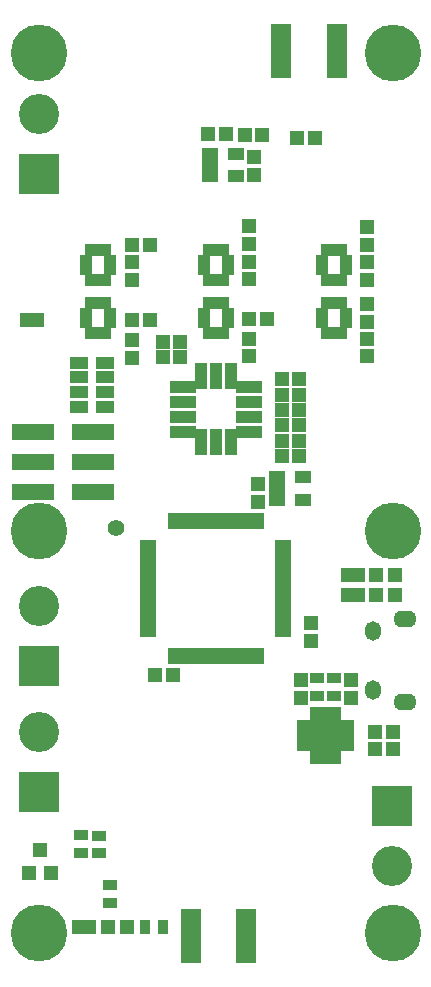
<source format=gbs>
G04 #@! TF.FileFunction,Soldermask,Bot*
%FSLAX46Y46*%
G04 Gerber Fmt 4.6, Leading zero omitted, Abs format (unit mm)*
G04 Created by KiCad (PCBNEW 4.0.7) date 03/10/18 18:51:25*
%MOMM*%
%LPD*%
G01*
G04 APERTURE LIST*
%ADD10C,0.100000*%
%ADD11R,0.650000X1.400000*%
%ADD12R,1.400000X0.650000*%
%ADD13R,1.150000X1.200000*%
%ADD14R,1.200000X1.150000*%
%ADD15R,1.200000X1.200000*%
%ADD16R,3.550000X1.400000*%
%ADD17R,1.670000X4.600000*%
%ADD18C,4.800000*%
%ADD19R,1.200000X1.300000*%
%ADD20R,1.300000X0.900000*%
%ADD21R,0.900000X1.300000*%
%ADD22R,2.000000X1.200000*%
%ADD23C,1.400000*%
%ADD24R,1.080000X2.200000*%
%ADD25R,2.200000X1.080000*%
%ADD26R,1.075000X0.650000*%
%ADD27R,0.650000X1.075000*%
%ADD28R,1.500000X1.000000*%
%ADD29R,1.460000X1.050000*%
%ADD30O,1.350000X1.650000*%
%ADD31O,1.950000X1.400000*%
%ADD32R,1.200000X0.800000*%
%ADD33R,0.800000X1.200000*%
%ADD34R,2.500000X2.500000*%
%ADD35R,3.400000X3.400000*%
%ADD36C,3.400000*%
G04 APERTURE END LIST*
D10*
D11*
X58750000Y-83575000D03*
X58250000Y-83575000D03*
X57750000Y-83575000D03*
X57250000Y-83575000D03*
X56750000Y-83575000D03*
X56250000Y-83575000D03*
X55750000Y-83575000D03*
X55250000Y-83575000D03*
X54750000Y-83575000D03*
X54250000Y-83575000D03*
X53750000Y-83575000D03*
X53250000Y-83575000D03*
X52750000Y-83575000D03*
X52250000Y-83575000D03*
X51750000Y-83575000D03*
X51250000Y-83575000D03*
D12*
X49300000Y-81625000D03*
X49300000Y-81125000D03*
X49300000Y-80625000D03*
X49300000Y-80125000D03*
X49300000Y-79625000D03*
X49300000Y-79125000D03*
X49300000Y-78625000D03*
X49300000Y-78125000D03*
X49300000Y-77625000D03*
X49300000Y-77125000D03*
X49300000Y-76625000D03*
X49300000Y-76125000D03*
X49300000Y-75625000D03*
X49300000Y-75125000D03*
X49300000Y-74625000D03*
X49300000Y-74125000D03*
D11*
X51250000Y-72175000D03*
X51750000Y-72175000D03*
X52250000Y-72175000D03*
X52750000Y-72175000D03*
X53250000Y-72175000D03*
X53750000Y-72175000D03*
X54250000Y-72175000D03*
X54750000Y-72175000D03*
X55250000Y-72175000D03*
X55750000Y-72175000D03*
X56250000Y-72175000D03*
X56750000Y-72175000D03*
X57250000Y-72175000D03*
X57750000Y-72175000D03*
X58250000Y-72175000D03*
X58750000Y-72175000D03*
D12*
X60700000Y-74125000D03*
X60700000Y-74625000D03*
X60700000Y-75125000D03*
X60700000Y-75625000D03*
X60700000Y-76125000D03*
X60700000Y-76625000D03*
X60700000Y-77125000D03*
X60700000Y-77625000D03*
X60700000Y-78125000D03*
X60700000Y-78625000D03*
X60700000Y-79125000D03*
X60700000Y-79625000D03*
X60700000Y-80125000D03*
X60700000Y-80625000D03*
X60700000Y-81125000D03*
X60700000Y-81625000D03*
D13*
X58575000Y-69050000D03*
X58575000Y-70550000D03*
X63090000Y-80790000D03*
X63090000Y-82290000D03*
D14*
X49840000Y-85210000D03*
X51340000Y-85210000D03*
X49425000Y-55150000D03*
X47925000Y-55150000D03*
D13*
X47925000Y-50225000D03*
X47925000Y-51725000D03*
D14*
X62075000Y-62750000D03*
X60575000Y-62750000D03*
X49425000Y-48800000D03*
X47925000Y-48800000D03*
X59325000Y-55050000D03*
X57825000Y-55050000D03*
X62075000Y-64050000D03*
X60575000Y-64050000D03*
X62075000Y-61450000D03*
X60575000Y-61450000D03*
X62075000Y-60125000D03*
X60575000Y-60125000D03*
X50500000Y-57000000D03*
X52000000Y-57000000D03*
X50500000Y-58300000D03*
X52000000Y-58300000D03*
X62075000Y-66650000D03*
X60575000Y-66650000D03*
X62075000Y-65350000D03*
X60575000Y-65350000D03*
D13*
X57825000Y-48700000D03*
X57825000Y-47200000D03*
X67775000Y-55300000D03*
X67775000Y-53800000D03*
X57825000Y-56725000D03*
X57825000Y-58225000D03*
X67775000Y-56725000D03*
X67775000Y-58225000D03*
X57850000Y-50200000D03*
X57850000Y-51700000D03*
X67800000Y-50225000D03*
X67800000Y-51725000D03*
X47900000Y-56825000D03*
X47900000Y-58325000D03*
X67800000Y-48750000D03*
X67800000Y-47250000D03*
D14*
X61875000Y-39725000D03*
X63375000Y-39725000D03*
X55875000Y-39425000D03*
X54375000Y-39425000D03*
X58950000Y-39475000D03*
X57450000Y-39475000D03*
D13*
X58225000Y-41350000D03*
X58225000Y-42850000D03*
D15*
X45890000Y-106530000D03*
X47490000Y-106530000D03*
D16*
X39550000Y-69740000D03*
X39550000Y-67200000D03*
X39550000Y-64660000D03*
X44600000Y-69740000D03*
X44600000Y-67200000D03*
X44600000Y-64660000D03*
D17*
X65225000Y-32350000D03*
X60525000Y-32350000D03*
D18*
X40000000Y-107000000D03*
X40000000Y-32500000D03*
X70000000Y-107000000D03*
X70000000Y-32500000D03*
D19*
X41070000Y-101990000D03*
X39170000Y-101990000D03*
X40120000Y-99990000D03*
D20*
X46020000Y-103000000D03*
X46020000Y-104500000D03*
X43590000Y-100280000D03*
X43590000Y-98780000D03*
X45090000Y-100290000D03*
X45090000Y-98790000D03*
D21*
X49040000Y-106530000D03*
X50540000Y-106530000D03*
D22*
X43815000Y-106530000D03*
X39470000Y-55130000D03*
D23*
X46550000Y-72725000D03*
D24*
X53730000Y-65495000D03*
X55000000Y-65495000D03*
X56270000Y-65495000D03*
X53730000Y-59895000D03*
X55000000Y-59895000D03*
X56270000Y-59895000D03*
D25*
X52200000Y-62060000D03*
X52200000Y-63330000D03*
X52200000Y-64600000D03*
X52200000Y-60790000D03*
X57800000Y-64600000D03*
X57800000Y-63330000D03*
X57800000Y-62060000D03*
X57800000Y-60790000D03*
D26*
X53987500Y-50500000D03*
X53987500Y-50000000D03*
X53987500Y-51000000D03*
X56012500Y-50000000D03*
X56012500Y-50500000D03*
X56012500Y-51000000D03*
D27*
X54250000Y-49237500D03*
X54750000Y-49237500D03*
X55250000Y-49237500D03*
X55750000Y-49237500D03*
X55750000Y-51762500D03*
X55250000Y-51762500D03*
X54750000Y-51762500D03*
X54250000Y-51762500D03*
D26*
X43987500Y-50500000D03*
X43987500Y-50000000D03*
X43987500Y-51000000D03*
X46012500Y-50000000D03*
X46012500Y-50500000D03*
X46012500Y-51000000D03*
D27*
X44250000Y-49237500D03*
X44750000Y-49237500D03*
X45250000Y-49237500D03*
X45750000Y-49237500D03*
X45750000Y-51762500D03*
X45250000Y-51762500D03*
X44750000Y-51762500D03*
X44250000Y-51762500D03*
D26*
X63987500Y-50500000D03*
X63987500Y-50000000D03*
X63987500Y-51000000D03*
X66012500Y-50000000D03*
X66012500Y-50500000D03*
X66012500Y-51000000D03*
D27*
X64250000Y-49237500D03*
X64750000Y-49237500D03*
X65250000Y-49237500D03*
X65750000Y-49237500D03*
X65750000Y-51762500D03*
X65250000Y-51762500D03*
X64750000Y-51762500D03*
X64250000Y-51762500D03*
D26*
X43987500Y-55000000D03*
X43987500Y-54500000D03*
X43987500Y-55500000D03*
X46012500Y-54500000D03*
X46012500Y-55000000D03*
X46012500Y-55500000D03*
D27*
X44250000Y-53737500D03*
X44750000Y-53737500D03*
X45250000Y-53737500D03*
X45750000Y-53737500D03*
X45750000Y-56262500D03*
X45250000Y-56262500D03*
X44750000Y-56262500D03*
X44250000Y-56262500D03*
D26*
X63987500Y-55000000D03*
X63987500Y-54500000D03*
X63987500Y-55500000D03*
X66012500Y-54500000D03*
X66012500Y-55000000D03*
X66012500Y-55500000D03*
D27*
X64250000Y-53737500D03*
X64750000Y-53737500D03*
X65250000Y-53737500D03*
X65750000Y-53737500D03*
X65750000Y-56262500D03*
X65250000Y-56262500D03*
X64750000Y-56262500D03*
X64250000Y-56262500D03*
D26*
X53987500Y-55000000D03*
X53987500Y-54500000D03*
X53987500Y-55500000D03*
X56012500Y-54500000D03*
X56012500Y-55000000D03*
X56012500Y-55500000D03*
D27*
X54250000Y-53737500D03*
X54750000Y-53737500D03*
X55250000Y-53737500D03*
X55750000Y-53737500D03*
X55750000Y-56262500D03*
X55250000Y-56262500D03*
X54750000Y-56262500D03*
X54250000Y-56262500D03*
D28*
X43450000Y-62500000D03*
X43450000Y-61250000D03*
X43450000Y-60000000D03*
X43450000Y-58750000D03*
X45650000Y-58750000D03*
X45650000Y-60000000D03*
X45650000Y-61250000D03*
X45650000Y-62500000D03*
D29*
X54525000Y-42975000D03*
X54525000Y-42025000D03*
X54525000Y-41075000D03*
X56725000Y-41075000D03*
X56725000Y-42975000D03*
X60200000Y-70350000D03*
X60200000Y-69400000D03*
X60200000Y-68450000D03*
X62400000Y-68450000D03*
X62400000Y-70350000D03*
D13*
X62200000Y-87130000D03*
X62200000Y-85630000D03*
X66425000Y-87130000D03*
X66425000Y-85630000D03*
D14*
X69975000Y-90055000D03*
X68475000Y-90055000D03*
D30*
X68350000Y-86480000D03*
X68350000Y-81480000D03*
D31*
X71050000Y-87480000D03*
X71050000Y-80480000D03*
D20*
X63600000Y-86980000D03*
X63600000Y-85480000D03*
X65050000Y-86980000D03*
X65050000Y-85480000D03*
D32*
X62500000Y-89980000D03*
X62500000Y-90630000D03*
X62500000Y-91280000D03*
X62500000Y-89330000D03*
D33*
X63975000Y-92105000D03*
X64625000Y-92105000D03*
X63325000Y-92105000D03*
X65275000Y-92105000D03*
X63325000Y-88505000D03*
X63975000Y-88505000D03*
X64625000Y-88505000D03*
X65275000Y-88505000D03*
D32*
X66100000Y-91280000D03*
X66100000Y-90630000D03*
X66100000Y-89980000D03*
X66100000Y-89330000D03*
D34*
X64300000Y-90305000D03*
D35*
X40030000Y-42810000D03*
D36*
X40030000Y-37730000D03*
D35*
X40040000Y-95120000D03*
D36*
X40040000Y-90040000D03*
D35*
X40020000Y-84430000D03*
D36*
X40020000Y-79350000D03*
D17*
X57590000Y-107320000D03*
X52890000Y-107320000D03*
D18*
X40000000Y-73000000D03*
X70000000Y-73000000D03*
D15*
X68560000Y-78380000D03*
X70160000Y-78380000D03*
X68540000Y-76710000D03*
X70140000Y-76710000D03*
D22*
X66620000Y-78390000D03*
X66610000Y-76720000D03*
D35*
X69960000Y-96280000D03*
D36*
X69960000Y-101360000D03*
D14*
X69980000Y-91470000D03*
X68480000Y-91470000D03*
M02*

</source>
